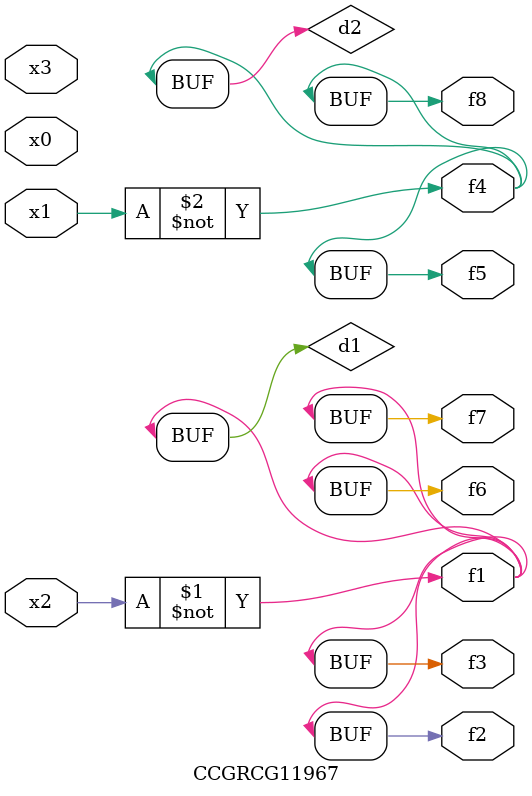
<source format=v>
module CCGRCG11967(
	input x0, x1, x2, x3,
	output f1, f2, f3, f4, f5, f6, f7, f8
);

	wire d1, d2;

	xnor (d1, x2);
	not (d2, x1);
	assign f1 = d1;
	assign f2 = d1;
	assign f3 = d1;
	assign f4 = d2;
	assign f5 = d2;
	assign f6 = d1;
	assign f7 = d1;
	assign f8 = d2;
endmodule

</source>
